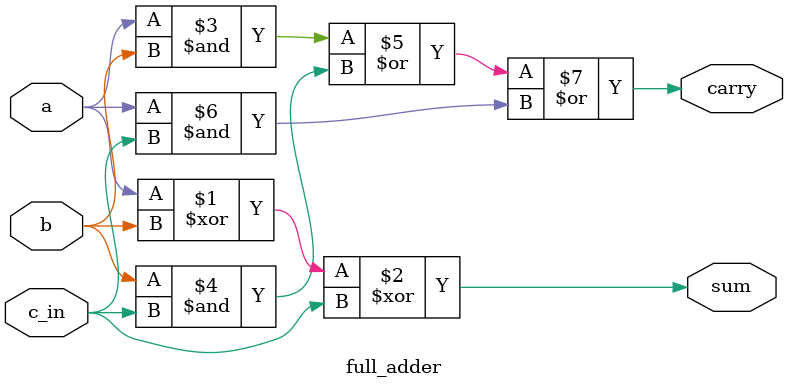
<source format=v>
module full_adder(input a,b, c_in, output sum, carry);

assign sum= a^b^c_in;
assign carry= a&b | b&c_in | a&c_in;

endmodule 
</source>
